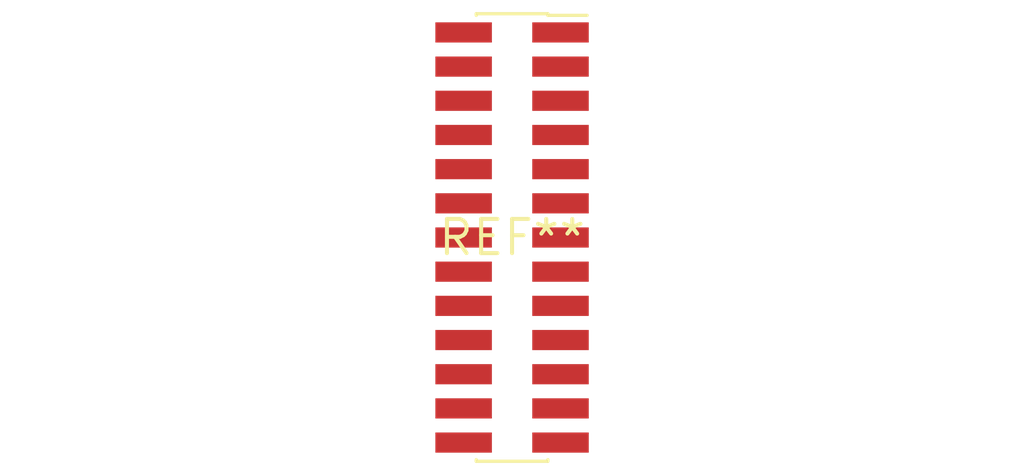
<source format=kicad_pcb>
(kicad_pcb (version 20240108) (generator pcbnew)
  (layers (0 "F.Cu" signal) (31 "B.Cu" signal) (34 "B.Paste" user) (35 "F.Paste" user) (36 "B.SilkS" user "B.Silkscreen") (37 "F.SilkS" user "F.Silkscreen") (38 "B.Mask" user) (39 "F.Mask" user) (44 "Edge.Cuts" user))
  (net 0 "")
  (footprint "PinSocket_2x13_P1.27mm_Vertical_SMD" (layer "F.Cu") (at 0 0)
    (property "Reference" "REF**")
    (property "Value" "PinSocket_2x13_P1.27mm_Vertical_SMD")
    (fp_line (start -1.33 -8.315) (end -1.33 -8.255) (layer "F.SilkS") (stroke (width 0.12)))
    (fp_line (start -1.33 -8.315) (end 1.33 -8.315) (layer "F.SilkS") (stroke (width 0.12)))
    (fp_line (start -1.33 8.255) (end -1.33 8.315) (layer "F.SilkS") (stroke (width 0.12)))
    (fp_line (start -1.33 8.315) (end 1.33 8.315) (layer "F.SilkS") (stroke (width 0.12)))
    (fp_line (start 1.33 -8.315) (end 1.33 -8.255) (layer "F.SilkS") (stroke (width 0.12)))
    (fp_line (start 1.33 -8.255) (end 2.79 -8.255) (layer "F.SilkS") (stroke (width 0.12)))
    (fp_line (start 1.33 8.255) (end 1.33 8.315) (layer "F.SilkS") (stroke (width 0.12)))
    (pad "1" smd rect (at 1.8 -7.62) (size 2.1 0.75) (layers "F.Cu" "F.Paste" "F.Mask"))
    (pad "2" smd rect (at -1.8 -7.62) (size 2.1 0.75) (layers "F.Cu" "F.Paste" "F.Mask"))
    (pad "3" smd rect (at 1.8 -6.35) (size 2.1 0.75) (layers "F.Cu" "F.Paste" "F.Mask"))
    (pad "4" smd rect (at -1.8 -6.35) (size 2.1 0.75) (layers "F.Cu" "F.Paste" "F.Mask"))
    (pad "5" smd rect (at 1.8 -5.08) (size 2.1 0.75) (layers "F.Cu" "F.Paste" "F.Mask"))
    (pad "6" smd rect (at -1.8 -5.08) (size 2.1 0.75) (layers "F.Cu" "F.Paste" "F.Mask"))
    (pad "7" smd rect (at 1.8 -3.81) (size 2.1 0.75) (layers "F.Cu" "F.Paste" "F.Mask"))
    (pad "8" smd rect (at -1.8 -3.81) (size 2.1 0.75) (layers "F.Cu" "F.Paste" "F.Mask"))
    (pad "9" smd rect (at 1.8 -2.54) (size 2.1 0.75) (layers "F.Cu" "F.Paste" "F.Mask"))
    (pad "10" smd rect (at -1.8 -2.54) (size 2.1 0.75) (layers "F.Cu" "F.Paste" "F.Mask"))
    (pad "11" smd rect (at 1.8 -1.27) (size 2.1 0.75) (layers "F.Cu" "F.Paste" "F.Mask"))
    (pad "12" smd rect (at -1.8 -1.27) (size 2.1 0.75) (layers "F.Cu" "F.Paste" "F.Mask"))
    (pad "13" smd rect (at 1.8 0) (size 2.1 0.75) (layers "F.Cu" "F.Paste" "F.Mask"))
    (pad "14" smd rect (at -1.8 0) (size 2.1 0.75) (layers "F.Cu" "F.Paste" "F.Mask"))
    (pad "15" smd rect (at 1.8 1.27) (size 2.1 0.75) (layers "F.Cu" "F.Paste" "F.Mask"))
    (pad "16" smd rect (at -1.8 1.27) (size 2.1 0.75) (layers "F.Cu" "F.Paste" "F.Mask"))
    (pad "17" smd rect (at 1.8 2.54) (size 2.1 0.75) (layers "F.Cu" "F.Paste" "F.Mask"))
    (pad "18" smd rect (at -1.8 2.54) (size 2.1 0.75) (layers "F.Cu" "F.Paste" "F.Mask"))
    (pad "19" smd rect (at 1.8 3.81) (size 2.1 0.75) (layers "F.Cu" "F.Paste" "F.Mask"))
    (pad "20" smd rect (at -1.8 3.81) (size 2.1 0.75) (layers "F.Cu" "F.Paste" "F.Mask"))
    (pad "21" smd rect (at 1.8 5.08) (size 2.1 0.75) (layers "F.Cu" "F.Paste" "F.Mask"))
    (pad "22" smd rect (at -1.8 5.08) (size 2.1 0.75) (layers "F.Cu" "F.Paste" "F.Mask"))
    (pad "23" smd rect (at 1.8 6.35) (size 2.1 0.75) (layers "F.Cu" "F.Paste" "F.Mask"))
    (pad "24" smd rect (at -1.8 6.35) (size 2.1 0.75) (layers "F.Cu" "F.Paste" "F.Mask"))
    (pad "25" smd rect (at 1.8 7.62) (size 2.1 0.75) (layers "F.Cu" "F.Paste" "F.Mask"))
    (pad "26" smd rect (at -1.8 7.62) (size 2.1 0.75) (layers "F.Cu" "F.Paste" "F.Mask"))
  )
)
</source>
